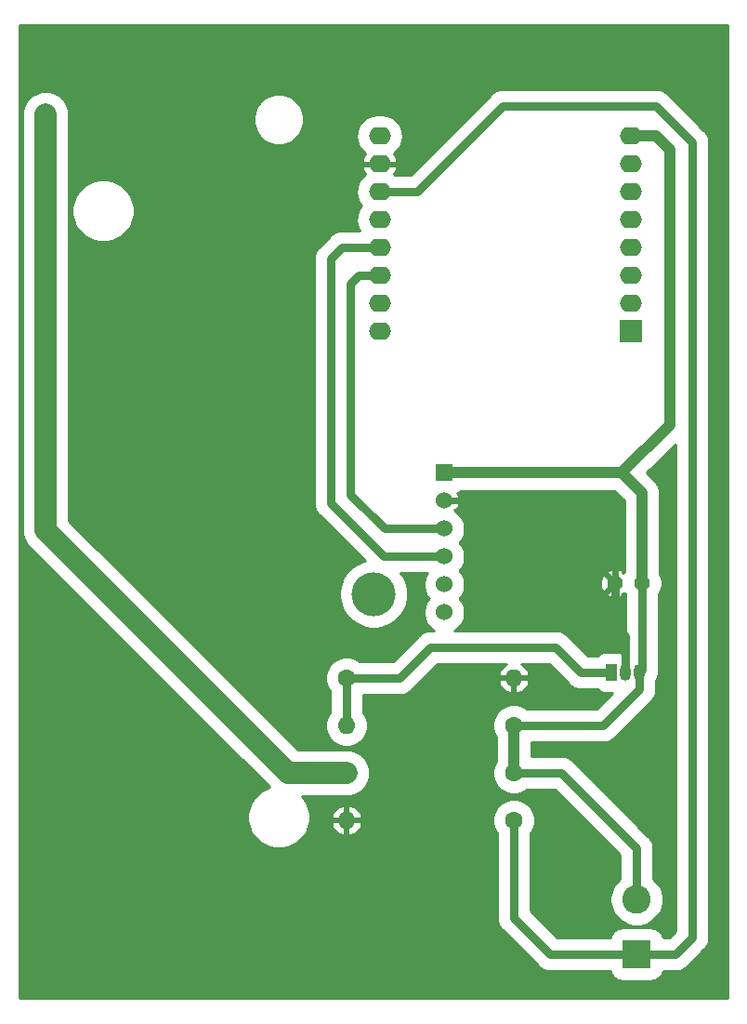
<source format=gbr>
%TF.GenerationSoftware,KiCad,Pcbnew,5.1.12-84ad8e8a86~92~ubuntu16.04.1*%
%TF.CreationDate,2023-12-01T21:15:30-03:00*%
%TF.ProjectId,BlackBox,426c6163-6b42-46f7-982e-6b696361645f,rev?*%
%TF.SameCoordinates,Original*%
%TF.FileFunction,Copper,L2,Bot*%
%TF.FilePolarity,Positive*%
%FSLAX46Y46*%
G04 Gerber Fmt 4.6, Leading zero omitted, Abs format (unit mm)*
G04 Created by KiCad (PCBNEW 5.1.12-84ad8e8a86~92~ubuntu16.04.1) date 2023-12-01 21:15:30*
%MOMM*%
%LPD*%
G01*
G04 APERTURE LIST*
%TA.AperFunction,ComponentPad*%
%ADD10R,1.050000X1.500000*%
%TD*%
%TA.AperFunction,ComponentPad*%
%ADD11O,1.050000X1.500000*%
%TD*%
%TA.AperFunction,ComponentPad*%
%ADD12C,1.600000*%
%TD*%
%TA.AperFunction,ComponentPad*%
%ADD13O,1.600000X1.600000*%
%TD*%
%TA.AperFunction,ComponentPad*%
%ADD14R,1.524000X1.524000*%
%TD*%
%TA.AperFunction,ComponentPad*%
%ADD15C,1.524000*%
%TD*%
%TA.AperFunction,ComponentPad*%
%ADD16C,1.400000*%
%TD*%
%TA.AperFunction,ComponentPad*%
%ADD17R,2.600000X2.600000*%
%TD*%
%TA.AperFunction,ComponentPad*%
%ADD18C,2.600000*%
%TD*%
%TA.AperFunction,ComponentPad*%
%ADD19O,2.000000X1.600000*%
%TD*%
%TA.AperFunction,ComponentPad*%
%ADD20R,2.000000X2.000000*%
%TD*%
%TA.AperFunction,ViaPad*%
%ADD21C,4.000000*%
%TD*%
%TA.AperFunction,ViaPad*%
%ADD22C,1.400000*%
%TD*%
%TA.AperFunction,Conductor*%
%ADD23C,1.000000*%
%TD*%
%TA.AperFunction,Conductor*%
%ADD24C,0.800000*%
%TD*%
%TA.AperFunction,Conductor*%
%ADD25C,0.600000*%
%TD*%
%TA.AperFunction,Conductor*%
%ADD26C,2.000000*%
%TD*%
%TA.AperFunction,Conductor*%
%ADD27C,0.254000*%
%TD*%
%TA.AperFunction,Conductor*%
%ADD28C,0.100000*%
%TD*%
G04 APERTURE END LIST*
D10*
%TO.P,U2,1*%
%TO.N,Net-(R2-Pad2)*%
X154686000Y-119634000D03*
D11*
%TO.P,U2,3*%
%TO.N,+3V3*%
X157226000Y-119634000D03*
%TO.P,U2,2*%
%TO.N,GND*%
X155956000Y-119634000D03*
%TD*%
D12*
%TO.P,R3,1*%
%TO.N,Net-(R2-Pad2)*%
X130540000Y-120142000D03*
D13*
%TO.P,R3,2*%
%TO.N,GND*%
X145780000Y-120142000D03*
%TD*%
%TO.P,R2,2*%
%TO.N,Net-(R2-Pad2)*%
X130540000Y-124460000D03*
D12*
%TO.P,R2,1*%
%TO.N,+3V3*%
X145780000Y-124460000D03*
%TD*%
D13*
%TO.P,R1,2*%
%TO.N,Net-(BT1-Pad1)*%
X130540000Y-128778000D03*
D12*
%TO.P,R1,1*%
%TO.N,+3V3*%
X145780000Y-128778000D03*
%TD*%
D14*
%TO.P,A1,1*%
%TO.N,+3V3*%
X139440000Y-101470000D03*
D15*
%TO.P,A1,2*%
%TO.N,GND*%
X139440000Y-104010000D03*
%TO.P,A1,3*%
%TO.N,SCL*%
X139440000Y-106550000D03*
%TO.P,A1,4*%
%TO.N,SDA*%
X139440000Y-109090000D03*
%TO.P,A1,5*%
%TO.N,Net-(A1-Pad5)*%
X139440000Y-111630000D03*
%TO.P,A1,6*%
%TO.N,Net-(A1-Pad6)*%
X139440000Y-114170000D03*
%TD*%
D16*
%TO.P,C1,1*%
%TO.N,+3V3*%
X157480000Y-111506000D03*
%TO.P,C1,2*%
%TO.N,GND*%
X154980000Y-111506000D03*
%TD*%
D12*
%TO.P,R4,1*%
%TO.N,RBF_switch*%
X145780000Y-133096000D03*
D13*
%TO.P,R4,2*%
%TO.N,GND*%
X130540000Y-133096000D03*
%TD*%
D17*
%TO.P,SW1,1*%
%TO.N,RBF_switch*%
X156972000Y-145288000D03*
D18*
%TO.P,SW1,2*%
%TO.N,+3V3*%
X156972000Y-140288000D03*
%TD*%
D19*
%TO.P,U1,2*%
%TO.N,Net-(U1-Pad2)*%
X156410000Y-86030000D03*
D20*
%TO.P,U1,1*%
%TO.N,Net-(U1-Pad1)*%
X156410000Y-88570000D03*
D19*
%TO.P,U1,3*%
%TO.N,Net-(U1-Pad3)*%
X156410000Y-83490000D03*
%TO.P,U1,4*%
%TO.N,Net-(U1-Pad4)*%
X156410000Y-80950000D03*
%TO.P,U1,5*%
%TO.N,Net-(U1-Pad5)*%
X156410000Y-78410000D03*
%TO.P,U1,6*%
%TO.N,Net-(U1-Pad6)*%
X156410000Y-75870000D03*
%TO.P,U1,7*%
%TO.N,Net-(U1-Pad7)*%
X156410000Y-73330000D03*
%TO.P,U1,8*%
%TO.N,+3V3*%
X156410000Y-70790000D03*
%TO.P,U1,9*%
%TO.N,Net-(U1-Pad9)*%
X133550000Y-70790000D03*
%TO.P,U1,10*%
%TO.N,GND*%
X133550000Y-73330000D03*
%TO.P,U1,11*%
%TO.N,RBF_switch*%
X133550000Y-75870000D03*
%TO.P,U1,12*%
%TO.N,Net-(U1-Pad12)*%
X133550000Y-78410000D03*
%TO.P,U1,13*%
%TO.N,SDA*%
X133550000Y-80950000D03*
%TO.P,U1,14*%
%TO.N,SCL*%
X133550000Y-83490000D03*
%TO.P,U1,15*%
%TO.N,Net-(U1-Pad15)*%
X133550000Y-86030000D03*
%TO.P,U1,16*%
%TO.N,Net-(U1-Pad16)*%
X133550000Y-88570000D03*
%TD*%
D21*
%TO.N,*%
X133000000Y-112500000D03*
D22*
%TO.N,GND*%
X124079000Y-147320000D03*
%TO.N,Net-(BT1-Pad1)*%
X103124000Y-68580000D03*
%TD*%
D23*
%TO.N,+3V3*%
X156410000Y-70790000D02*
X158720000Y-70790000D01*
X158720000Y-70790000D02*
X159980000Y-72050000D01*
X155630000Y-101470000D02*
X159980000Y-97120000D01*
X139440000Y-101470000D02*
X155630000Y-101470000D01*
X159980000Y-72050000D02*
X159980000Y-97120000D01*
X145780000Y-124468000D02*
X145780000Y-128794000D01*
D24*
X153942000Y-124468000D02*
X145780000Y-124468000D01*
X157226000Y-121184000D02*
X153942000Y-124468000D01*
X157226000Y-119634000D02*
X157226000Y-121184000D01*
X157480000Y-111506000D02*
X157480000Y-119380000D01*
D23*
X157480000Y-103320000D02*
X155630000Y-101470000D01*
X157480000Y-111506000D02*
X157480000Y-103320000D01*
D24*
X145780000Y-128778000D02*
X150114000Y-128778000D01*
X156972000Y-135636000D02*
X156972000Y-140288000D01*
X150114000Y-128778000D02*
X156972000Y-135636000D01*
%TO.N,GND*%
X155956000Y-119634000D02*
X155956000Y-116332000D01*
X154980000Y-115356000D02*
X154980000Y-111506000D01*
X155956000Y-116332000D02*
X154980000Y-115356000D01*
D25*
X139440000Y-104010000D02*
X151000000Y-104010000D01*
X154980000Y-107990000D02*
X154980000Y-111506000D01*
X151000000Y-104010000D02*
X154980000Y-107990000D01*
D24*
%TO.N,SCL*%
X133982000Y-106550000D02*
X139440000Y-106550000D01*
X130886000Y-103454000D02*
X133982000Y-106550000D01*
X131648000Y-83490000D02*
X130886000Y-84252000D01*
X130886000Y-84252000D02*
X130886000Y-103454000D01*
X133550000Y-83490000D02*
X131648000Y-83490000D01*
%TO.N,SDA*%
X129085990Y-104199588D02*
X129085990Y-81988010D01*
X133914570Y-109028168D02*
X129085990Y-104199588D01*
X139378168Y-109028168D02*
X133914570Y-109028168D01*
X139440000Y-109090000D02*
X139378168Y-109028168D01*
X130124000Y-80950000D02*
X133550000Y-80950000D01*
X129085990Y-81988010D02*
X130124000Y-80950000D01*
D26*
%TO.N,Net-(BT1-Pad1)*%
X103124000Y-68834000D02*
X103124000Y-106680000D01*
X125222000Y-128778000D02*
X130540000Y-128778000D01*
X103124000Y-106680000D02*
X125222000Y-128778000D01*
D24*
%TO.N,RBF_switch*%
X133550000Y-75870000D02*
X136982000Y-75870000D01*
X158750000Y-68072000D02*
X162052000Y-71374000D01*
X136982000Y-75870000D02*
X144780000Y-68072000D01*
X144780000Y-68072000D02*
X158750000Y-68072000D01*
X156972000Y-145288000D02*
X160528000Y-145288000D01*
X162052000Y-143764000D02*
X162052000Y-139700000D01*
X162052000Y-139700000D02*
X162052000Y-71374000D01*
X160528000Y-145288000D02*
X162052000Y-143764000D01*
X162052000Y-140208000D02*
X162052000Y-139700000D01*
X156972000Y-145288000D02*
X149098000Y-145288000D01*
X145780000Y-141970000D02*
X145780000Y-133096000D01*
X149098000Y-145288000D02*
X145780000Y-141970000D01*
%TO.N,Net-(R2-Pad2)*%
X130540000Y-124468000D02*
X130540000Y-120142000D01*
X135382000Y-120142000D02*
X130540000Y-120142000D01*
X151892000Y-119634000D02*
X149606000Y-117348000D01*
X154686000Y-119634000D02*
X151892000Y-119634000D01*
X149606000Y-117348000D02*
X138176000Y-117348000D01*
X138176000Y-117348000D02*
X135382000Y-120142000D01*
%TD*%
D27*
%TO.N,GND*%
X165290000Y-149290000D02*
X100710000Y-149290000D01*
X100710000Y-106680000D01*
X100986709Y-106680000D01*
X101027777Y-107096965D01*
X101149401Y-107497905D01*
X101216115Y-107622718D01*
X101346908Y-107867415D01*
X101612708Y-108191293D01*
X101693870Y-108257901D01*
X123510754Y-130074786D01*
X123009071Y-130282590D01*
X122541956Y-130594707D01*
X122144707Y-130991956D01*
X121832590Y-131459071D01*
X121617600Y-131978102D01*
X121508000Y-132529102D01*
X121508000Y-133090898D01*
X121617600Y-133641898D01*
X121832590Y-134160929D01*
X122144707Y-134628044D01*
X122541956Y-135025293D01*
X123009071Y-135337410D01*
X123528102Y-135552400D01*
X124079102Y-135662000D01*
X124640898Y-135662000D01*
X125191898Y-135552400D01*
X125710929Y-135337410D01*
X126178044Y-135025293D01*
X126575293Y-134628044D01*
X126887410Y-134160929D01*
X127102400Y-133641898D01*
X127141557Y-133445039D01*
X129148096Y-133445039D01*
X129188754Y-133579087D01*
X129308963Y-133833420D01*
X129476481Y-134059414D01*
X129684869Y-134248385D01*
X129926119Y-134393070D01*
X130190960Y-134487909D01*
X130413000Y-134366624D01*
X130413000Y-133223000D01*
X130667000Y-133223000D01*
X130667000Y-134366624D01*
X130889040Y-134487909D01*
X131153881Y-134393070D01*
X131395131Y-134248385D01*
X131603519Y-134059414D01*
X131771037Y-133833420D01*
X131891246Y-133579087D01*
X131931904Y-133445039D01*
X131809915Y-133223000D01*
X130667000Y-133223000D01*
X130413000Y-133223000D01*
X129270085Y-133223000D01*
X129148096Y-133445039D01*
X127141557Y-133445039D01*
X127212000Y-133090898D01*
X127212000Y-132746961D01*
X129148096Y-132746961D01*
X129270085Y-132969000D01*
X130413000Y-132969000D01*
X130413000Y-131825376D01*
X130667000Y-131825376D01*
X130667000Y-132969000D01*
X131809915Y-132969000D01*
X131931904Y-132746961D01*
X131891246Y-132612913D01*
X131771037Y-132358580D01*
X131603519Y-132132586D01*
X131395131Y-131943615D01*
X131153881Y-131798930D01*
X130889040Y-131704091D01*
X130667000Y-131825376D01*
X130413000Y-131825376D01*
X130190960Y-131704091D01*
X129926119Y-131798930D01*
X129684869Y-131943615D01*
X129476481Y-132132586D01*
X129308963Y-132358580D01*
X129188754Y-132612913D01*
X129148096Y-132746961D01*
X127212000Y-132746961D01*
X127212000Y-132529102D01*
X127102400Y-131978102D01*
X126887410Y-131459071D01*
X126575293Y-130991956D01*
X126488337Y-130905000D01*
X130644487Y-130905000D01*
X130956965Y-130874224D01*
X131357906Y-130752599D01*
X131727415Y-130555093D01*
X132051293Y-130289293D01*
X132317093Y-129965415D01*
X132514599Y-129595906D01*
X132636224Y-129194965D01*
X132677291Y-128778000D01*
X132636224Y-128361035D01*
X132514599Y-127960094D01*
X132317093Y-127590585D01*
X132051293Y-127266707D01*
X131727415Y-127000907D01*
X131357906Y-126803401D01*
X130956965Y-126681776D01*
X130644487Y-126651000D01*
X126103032Y-126651000D01*
X105251000Y-105798969D01*
X105251000Y-81988010D01*
X127551603Y-81988010D01*
X127558991Y-82063021D01*
X127558990Y-104124587D01*
X127551603Y-104199588D01*
X127558990Y-104274589D01*
X127558990Y-104274598D01*
X127581085Y-104498931D01*
X127668400Y-104786772D01*
X127810193Y-105052047D01*
X128001014Y-105284564D01*
X128059284Y-105332385D01*
X132198137Y-109471239D01*
X132087888Y-109493169D01*
X131518810Y-109728889D01*
X131006654Y-110071101D01*
X130571101Y-110506654D01*
X130228889Y-111018810D01*
X129993169Y-111587888D01*
X129873000Y-112192017D01*
X129873000Y-112807983D01*
X129993169Y-113412112D01*
X130228889Y-113981190D01*
X130571101Y-114493346D01*
X131006654Y-114928899D01*
X131518810Y-115271111D01*
X132087888Y-115506831D01*
X132692017Y-115627000D01*
X133307983Y-115627000D01*
X133912112Y-115506831D01*
X134481190Y-115271111D01*
X134993346Y-114928899D01*
X135428899Y-114493346D01*
X135771111Y-113981190D01*
X136006831Y-113412112D01*
X136127000Y-112807983D01*
X136127000Y-112192017D01*
X136006831Y-111587888D01*
X135771111Y-111018810D01*
X135461315Y-110555168D01*
X137886299Y-110555168D01*
X137765990Y-110735223D01*
X137623593Y-111078999D01*
X137551000Y-111443950D01*
X137551000Y-111816050D01*
X137623593Y-112181001D01*
X137765990Y-112524777D01*
X137972718Y-112834167D01*
X138038551Y-112900000D01*
X137972718Y-112965833D01*
X137765990Y-113275223D01*
X137623593Y-113618999D01*
X137551000Y-113983950D01*
X137551000Y-114356050D01*
X137623593Y-114721001D01*
X137765990Y-115064777D01*
X137972718Y-115374167D01*
X138235833Y-115637282D01*
X138510786Y-115821000D01*
X138251004Y-115821000D01*
X138176000Y-115813613D01*
X138100996Y-115821000D01*
X138100989Y-115821000D01*
X137903955Y-115840406D01*
X137876655Y-115843095D01*
X137588815Y-115930410D01*
X137323540Y-116072203D01*
X137323538Y-116072204D01*
X137323539Y-116072204D01*
X137149288Y-116215207D01*
X137149283Y-116215212D01*
X137091024Y-116263024D01*
X137043212Y-116321283D01*
X134749497Y-118615000D01*
X131723192Y-118615000D01*
X131452777Y-118434315D01*
X131102085Y-118289053D01*
X130729793Y-118215000D01*
X130350207Y-118215000D01*
X129977915Y-118289053D01*
X129627223Y-118434315D01*
X129311609Y-118645201D01*
X129043201Y-118913609D01*
X128832315Y-119229223D01*
X128687053Y-119579915D01*
X128613000Y-119952207D01*
X128613000Y-120331793D01*
X128687053Y-120704085D01*
X128832315Y-121054777D01*
X129013001Y-121325193D01*
X129013000Y-123276808D01*
X128832315Y-123547223D01*
X128687053Y-123897915D01*
X128613000Y-124270207D01*
X128613000Y-124649793D01*
X128687053Y-125022085D01*
X128832315Y-125372777D01*
X129043201Y-125688391D01*
X129311609Y-125956799D01*
X129627223Y-126167685D01*
X129977915Y-126312947D01*
X130350207Y-126387000D01*
X130729793Y-126387000D01*
X131102085Y-126312947D01*
X131452777Y-126167685D01*
X131768391Y-125956799D01*
X132036799Y-125688391D01*
X132247685Y-125372777D01*
X132392947Y-125022085D01*
X132467000Y-124649793D01*
X132467000Y-124270207D01*
X132392947Y-123897915D01*
X132247685Y-123547223D01*
X132067000Y-123276808D01*
X132067000Y-121669000D01*
X135306999Y-121669000D01*
X135382000Y-121676387D01*
X135457001Y-121669000D01*
X135457011Y-121669000D01*
X135681344Y-121646905D01*
X135969185Y-121559590D01*
X136234460Y-121417797D01*
X136466976Y-121226976D01*
X136514796Y-121168707D01*
X137192464Y-120491039D01*
X144388096Y-120491039D01*
X144428754Y-120625087D01*
X144548963Y-120879420D01*
X144716481Y-121105414D01*
X144924869Y-121294385D01*
X145166119Y-121439070D01*
X145430960Y-121533909D01*
X145653000Y-121412624D01*
X145653000Y-120269000D01*
X145907000Y-120269000D01*
X145907000Y-121412624D01*
X146129040Y-121533909D01*
X146393881Y-121439070D01*
X146635131Y-121294385D01*
X146843519Y-121105414D01*
X147011037Y-120879420D01*
X147131246Y-120625087D01*
X147171904Y-120491039D01*
X147049915Y-120269000D01*
X145907000Y-120269000D01*
X145653000Y-120269000D01*
X144510085Y-120269000D01*
X144388096Y-120491039D01*
X137192464Y-120491039D01*
X138808505Y-118875000D01*
X145115980Y-118875000D01*
X144924869Y-118989615D01*
X144716481Y-119178586D01*
X144548963Y-119404580D01*
X144428754Y-119658913D01*
X144388096Y-119792961D01*
X144510085Y-120015000D01*
X145653000Y-120015000D01*
X145653000Y-119995000D01*
X145907000Y-119995000D01*
X145907000Y-120015000D01*
X147049915Y-120015000D01*
X147171904Y-119792961D01*
X147131246Y-119658913D01*
X147011037Y-119404580D01*
X146843519Y-119178586D01*
X146635131Y-118989615D01*
X146444020Y-118875000D01*
X148973497Y-118875000D01*
X150759208Y-120660712D01*
X150807024Y-120718976D01*
X151039540Y-120909797D01*
X151304815Y-121051590D01*
X151592656Y-121138905D01*
X151816989Y-121161000D01*
X151816998Y-121161000D01*
X151891999Y-121168387D01*
X151967000Y-121161000D01*
X153340732Y-121161000D01*
X153360235Y-121184765D01*
X153531843Y-121325600D01*
X153727629Y-121430250D01*
X153940069Y-121494693D01*
X154161000Y-121516453D01*
X154734043Y-121516453D01*
X153309497Y-122941000D01*
X146975165Y-122941000D01*
X146692777Y-122752315D01*
X146342085Y-122607053D01*
X145969793Y-122533000D01*
X145590207Y-122533000D01*
X145217915Y-122607053D01*
X144867223Y-122752315D01*
X144551609Y-122963201D01*
X144283201Y-123231609D01*
X144072315Y-123547223D01*
X143927053Y-123897915D01*
X143853000Y-124270207D01*
X143853000Y-124649793D01*
X143927053Y-125022085D01*
X144072315Y-125372777D01*
X144153000Y-125493531D01*
X144153001Y-127744468D01*
X144072315Y-127865223D01*
X143927053Y-128215915D01*
X143853000Y-128588207D01*
X143853000Y-128967793D01*
X143927053Y-129340085D01*
X144072315Y-129690777D01*
X144283201Y-130006391D01*
X144551609Y-130274799D01*
X144867223Y-130485685D01*
X145217915Y-130630947D01*
X145590207Y-130705000D01*
X145969793Y-130705000D01*
X146342085Y-130630947D01*
X146692777Y-130485685D01*
X146963192Y-130305000D01*
X149481497Y-130305000D01*
X155445000Y-136268504D01*
X155445001Y-138389381D01*
X155424878Y-138402826D01*
X155086826Y-138740878D01*
X154821221Y-139138385D01*
X154638268Y-139580070D01*
X154545000Y-140048961D01*
X154545000Y-140527039D01*
X154638268Y-140995930D01*
X154821221Y-141437615D01*
X155086826Y-141835122D01*
X155424878Y-142173174D01*
X155822385Y-142438779D01*
X156264070Y-142621732D01*
X156732961Y-142715000D01*
X157211039Y-142715000D01*
X157679930Y-142621732D01*
X158121615Y-142438779D01*
X158519122Y-142173174D01*
X158857174Y-141835122D01*
X159122779Y-141437615D01*
X159305732Y-140995930D01*
X159399000Y-140527039D01*
X159399000Y-140048961D01*
X159305732Y-139580070D01*
X159122779Y-139138385D01*
X158857174Y-138740878D01*
X158519122Y-138402826D01*
X158499000Y-138389381D01*
X158499000Y-135711011D01*
X158506388Y-135636000D01*
X158476905Y-135336655D01*
X158389590Y-135048815D01*
X158377017Y-135025293D01*
X158247797Y-134783540D01*
X158056976Y-134551024D01*
X157998713Y-134503209D01*
X151246797Y-127751294D01*
X151198976Y-127693024D01*
X150966460Y-127502203D01*
X150701185Y-127360410D01*
X150413344Y-127273095D01*
X150189011Y-127251000D01*
X150189001Y-127251000D01*
X150114000Y-127243613D01*
X150038999Y-127251000D01*
X147407000Y-127251000D01*
X147407000Y-125995000D01*
X153866999Y-125995000D01*
X153942000Y-126002387D01*
X154017001Y-125995000D01*
X154017011Y-125995000D01*
X154241344Y-125972905D01*
X154529185Y-125885590D01*
X154794460Y-125743797D01*
X155026976Y-125552976D01*
X155074797Y-125494706D01*
X158252712Y-122316792D01*
X158310976Y-122268976D01*
X158501797Y-122036460D01*
X158643590Y-121771185D01*
X158730905Y-121483344D01*
X158753000Y-121259011D01*
X158753000Y-121259002D01*
X158760387Y-121184001D01*
X158753000Y-121109000D01*
X158753000Y-120506663D01*
X158759634Y-120494252D01*
X158854097Y-120182848D01*
X158870311Y-120018220D01*
X158897590Y-119967185D01*
X158984905Y-119679344D01*
X159007000Y-119455011D01*
X159007000Y-112509196D01*
X159099066Y-112371409D01*
X159236789Y-112038916D01*
X159307000Y-111685944D01*
X159307000Y-111326056D01*
X159236789Y-110973084D01*
X159107000Y-110659745D01*
X159107000Y-103399914D01*
X159114871Y-103319999D01*
X159107000Y-103240085D01*
X159107000Y-103240075D01*
X159083458Y-103001052D01*
X158990425Y-102694362D01*
X158839346Y-102411714D01*
X158686978Y-102226052D01*
X158686975Y-102226049D01*
X158636029Y-102163971D01*
X158573951Y-102113025D01*
X157930925Y-101470000D01*
X160525001Y-98875925D01*
X160525000Y-139624989D01*
X160525000Y-140283010D01*
X160525001Y-140283019D01*
X160525000Y-143131496D01*
X159895497Y-143761000D01*
X159380852Y-143761000D01*
X159318250Y-143554629D01*
X159213600Y-143358843D01*
X159072765Y-143187235D01*
X158901157Y-143046400D01*
X158705371Y-142941750D01*
X158492931Y-142877307D01*
X158272000Y-142855547D01*
X155672000Y-142855547D01*
X155451069Y-142877307D01*
X155238629Y-142941750D01*
X155042843Y-143046400D01*
X154871235Y-143187235D01*
X154730400Y-143358843D01*
X154625750Y-143554629D01*
X154563148Y-143761000D01*
X149730504Y-143761000D01*
X147307000Y-141337497D01*
X147307000Y-134279192D01*
X147487685Y-134008777D01*
X147632947Y-133658085D01*
X147707000Y-133285793D01*
X147707000Y-132906207D01*
X147632947Y-132533915D01*
X147487685Y-132183223D01*
X147276799Y-131867609D01*
X147008391Y-131599201D01*
X146692777Y-131388315D01*
X146342085Y-131243053D01*
X145969793Y-131169000D01*
X145590207Y-131169000D01*
X145217915Y-131243053D01*
X144867223Y-131388315D01*
X144551609Y-131599201D01*
X144283201Y-131867609D01*
X144072315Y-132183223D01*
X143927053Y-132533915D01*
X143853000Y-132906207D01*
X143853000Y-133285793D01*
X143927053Y-133658085D01*
X144072315Y-134008777D01*
X144253001Y-134279193D01*
X144253000Y-141894999D01*
X144245613Y-141970000D01*
X144253000Y-142045001D01*
X144253000Y-142045010D01*
X144275095Y-142269343D01*
X144362410Y-142557184D01*
X144504203Y-142822459D01*
X144695024Y-143054976D01*
X144753294Y-143102797D01*
X147965208Y-146314712D01*
X148013024Y-146372976D01*
X148245540Y-146563797D01*
X148510813Y-146705589D01*
X148510815Y-146705590D01*
X148798655Y-146792905D01*
X149098000Y-146822388D01*
X149173011Y-146815000D01*
X154563148Y-146815000D01*
X154625750Y-147021371D01*
X154730400Y-147217157D01*
X154871235Y-147388765D01*
X155042843Y-147529600D01*
X155238629Y-147634250D01*
X155451069Y-147698693D01*
X155672000Y-147720453D01*
X158272000Y-147720453D01*
X158492931Y-147698693D01*
X158705371Y-147634250D01*
X158901157Y-147529600D01*
X159072765Y-147388765D01*
X159213600Y-147217157D01*
X159318250Y-147021371D01*
X159380852Y-146815000D01*
X160452999Y-146815000D01*
X160528000Y-146822387D01*
X160603001Y-146815000D01*
X160603011Y-146815000D01*
X160827344Y-146792905D01*
X161115185Y-146705590D01*
X161380460Y-146563797D01*
X161612976Y-146372976D01*
X161660797Y-146314707D01*
X163078713Y-144896791D01*
X163136976Y-144848976D01*
X163327797Y-144616460D01*
X163469590Y-144351185D01*
X163556905Y-144063344D01*
X163579000Y-143839011D01*
X163579000Y-143839002D01*
X163586387Y-143764001D01*
X163579000Y-143689000D01*
X163579000Y-71449000D01*
X163586387Y-71373999D01*
X163579000Y-71298998D01*
X163579000Y-71298989D01*
X163556905Y-71074656D01*
X163469590Y-70786815D01*
X163327797Y-70521540D01*
X163136976Y-70289024D01*
X163078712Y-70241208D01*
X159882797Y-67045294D01*
X159834976Y-66987024D01*
X159602460Y-66796203D01*
X159337185Y-66654410D01*
X159049344Y-66567095D01*
X158825011Y-66545000D01*
X158825001Y-66545000D01*
X158750000Y-66537613D01*
X158674999Y-66545000D01*
X144855000Y-66545000D01*
X144779999Y-66537613D01*
X144704998Y-66545000D01*
X144704989Y-66545000D01*
X144480656Y-66567095D01*
X144192815Y-66654410D01*
X143927540Y-66796203D01*
X143695024Y-66987024D01*
X143647208Y-67045288D01*
X136349497Y-74343000D01*
X134926891Y-74343000D01*
X134836669Y-74268956D01*
X134870639Y-74234425D01*
X135025551Y-73998421D01*
X135131444Y-73736730D01*
X135141904Y-73679039D01*
X135019915Y-73457000D01*
X133677000Y-73457000D01*
X133677000Y-73477000D01*
X133423000Y-73477000D01*
X133423000Y-73457000D01*
X132080085Y-73457000D01*
X131958096Y-73679039D01*
X131968556Y-73736730D01*
X132074449Y-73998421D01*
X132229361Y-74234425D01*
X132263331Y-74268956D01*
X131980813Y-74500813D01*
X131740006Y-74794237D01*
X131561071Y-75129001D01*
X131450883Y-75492242D01*
X131413677Y-75870000D01*
X131450883Y-76247758D01*
X131561071Y-76610999D01*
X131740006Y-76945763D01*
X131899412Y-77140000D01*
X131740006Y-77334237D01*
X131561071Y-77669001D01*
X131450883Y-78032242D01*
X131413677Y-78410000D01*
X131450883Y-78787758D01*
X131561071Y-79150999D01*
X131706458Y-79423000D01*
X130199004Y-79423000D01*
X130124000Y-79415613D01*
X130048996Y-79423000D01*
X130048989Y-79423000D01*
X129851955Y-79442406D01*
X129824655Y-79445095D01*
X129536815Y-79532410D01*
X129271540Y-79674203D01*
X129039024Y-79865024D01*
X128991207Y-79923289D01*
X128059279Y-80855218D01*
X128001015Y-80903034D01*
X127953199Y-80961298D01*
X127953198Y-80961299D01*
X127810194Y-81135550D01*
X127668401Y-81400825D01*
X127581086Y-81688666D01*
X127551603Y-81988010D01*
X105251000Y-81988010D01*
X105251000Y-77329102D01*
X105508000Y-77329102D01*
X105508000Y-77890898D01*
X105617600Y-78441898D01*
X105832590Y-78960929D01*
X106144707Y-79428044D01*
X106541956Y-79825293D01*
X107009071Y-80137410D01*
X107528102Y-80352400D01*
X108079102Y-80462000D01*
X108640898Y-80462000D01*
X109191898Y-80352400D01*
X109710929Y-80137410D01*
X110178044Y-79825293D01*
X110575293Y-79428044D01*
X110887410Y-78960929D01*
X111102400Y-78441898D01*
X111212000Y-77890898D01*
X111212000Y-77329102D01*
X111102400Y-76778102D01*
X110887410Y-76259071D01*
X110575293Y-75791956D01*
X110178044Y-75394707D01*
X109710929Y-75082590D01*
X109191898Y-74867600D01*
X108640898Y-74758000D01*
X108079102Y-74758000D01*
X107528102Y-74867600D01*
X107009071Y-75082590D01*
X106541956Y-75394707D01*
X106144707Y-75791956D01*
X105832590Y-76259071D01*
X105617600Y-76778102D01*
X105508000Y-77329102D01*
X105251000Y-77329102D01*
X105251000Y-69051303D01*
X122038000Y-69051303D01*
X122038000Y-69508697D01*
X122127233Y-69957302D01*
X122302270Y-70379879D01*
X122556385Y-70760189D01*
X122879811Y-71083615D01*
X123260121Y-71337730D01*
X123682698Y-71512767D01*
X124131303Y-71602000D01*
X124588697Y-71602000D01*
X125037302Y-71512767D01*
X125459879Y-71337730D01*
X125840189Y-71083615D01*
X126133804Y-70790000D01*
X131413677Y-70790000D01*
X131450883Y-71167758D01*
X131561071Y-71530999D01*
X131740006Y-71865763D01*
X131980813Y-72159187D01*
X132263331Y-72391044D01*
X132229361Y-72425575D01*
X132074449Y-72661579D01*
X131968556Y-72923270D01*
X131958096Y-72980961D01*
X132080085Y-73203000D01*
X133423000Y-73203000D01*
X133423000Y-73183000D01*
X133677000Y-73183000D01*
X133677000Y-73203000D01*
X135019915Y-73203000D01*
X135141904Y-72980961D01*
X135131444Y-72923270D01*
X135025551Y-72661579D01*
X134870639Y-72425575D01*
X134836669Y-72391044D01*
X135119187Y-72159187D01*
X135359994Y-71865763D01*
X135538929Y-71530999D01*
X135649117Y-71167758D01*
X135686323Y-70790000D01*
X135649117Y-70412242D01*
X135538929Y-70049001D01*
X135359994Y-69714237D01*
X135119187Y-69420813D01*
X134825763Y-69180006D01*
X134490999Y-69001071D01*
X134127758Y-68890883D01*
X133844658Y-68863000D01*
X133255342Y-68863000D01*
X132972242Y-68890883D01*
X132609001Y-69001071D01*
X132274237Y-69180006D01*
X131980813Y-69420813D01*
X131740006Y-69714237D01*
X131561071Y-70049001D01*
X131450883Y-70412242D01*
X131413677Y-70790000D01*
X126133804Y-70790000D01*
X126163615Y-70760189D01*
X126417730Y-70379879D01*
X126592767Y-69957302D01*
X126682000Y-69508697D01*
X126682000Y-69051303D01*
X126592767Y-68602698D01*
X126417730Y-68180121D01*
X126163615Y-67799811D01*
X125840189Y-67476385D01*
X125459879Y-67222270D01*
X125037302Y-67047233D01*
X124588697Y-66958000D01*
X124131303Y-66958000D01*
X123682698Y-67047233D01*
X123260121Y-67222270D01*
X122879811Y-67476385D01*
X122556385Y-67799811D01*
X122302270Y-68180121D01*
X122127233Y-68602698D01*
X122038000Y-69051303D01*
X105251000Y-69051303D01*
X105251000Y-68729513D01*
X105220224Y-68417035D01*
X105098599Y-68016094D01*
X104901093Y-67646585D01*
X104635293Y-67322707D01*
X104311415Y-67056907D01*
X103941905Y-66859401D01*
X103540964Y-66737776D01*
X103124000Y-66696709D01*
X102707035Y-66737776D01*
X102306094Y-66859401D01*
X101936585Y-67056907D01*
X101612707Y-67322707D01*
X101346907Y-67646585D01*
X101149401Y-68016095D01*
X101027776Y-68417036D01*
X100997000Y-68729514D01*
X100997001Y-106575505D01*
X100986709Y-106680000D01*
X100710000Y-106680000D01*
X100710000Y-60710000D01*
X165290001Y-60710000D01*
X165290000Y-149290000D01*
%TA.AperFunction,Conductor*%
D28*
G36*
X165290000Y-149290000D02*
G01*
X100710000Y-149290000D01*
X100710000Y-106680000D01*
X100986709Y-106680000D01*
X101027777Y-107096965D01*
X101149401Y-107497905D01*
X101216115Y-107622718D01*
X101346908Y-107867415D01*
X101612708Y-108191293D01*
X101693870Y-108257901D01*
X123510754Y-130074786D01*
X123009071Y-130282590D01*
X122541956Y-130594707D01*
X122144707Y-130991956D01*
X121832590Y-131459071D01*
X121617600Y-131978102D01*
X121508000Y-132529102D01*
X121508000Y-133090898D01*
X121617600Y-133641898D01*
X121832590Y-134160929D01*
X122144707Y-134628044D01*
X122541956Y-135025293D01*
X123009071Y-135337410D01*
X123528102Y-135552400D01*
X124079102Y-135662000D01*
X124640898Y-135662000D01*
X125191898Y-135552400D01*
X125710929Y-135337410D01*
X126178044Y-135025293D01*
X126575293Y-134628044D01*
X126887410Y-134160929D01*
X127102400Y-133641898D01*
X127141557Y-133445039D01*
X129148096Y-133445039D01*
X129188754Y-133579087D01*
X129308963Y-133833420D01*
X129476481Y-134059414D01*
X129684869Y-134248385D01*
X129926119Y-134393070D01*
X130190960Y-134487909D01*
X130413000Y-134366624D01*
X130413000Y-133223000D01*
X130667000Y-133223000D01*
X130667000Y-134366624D01*
X130889040Y-134487909D01*
X131153881Y-134393070D01*
X131395131Y-134248385D01*
X131603519Y-134059414D01*
X131771037Y-133833420D01*
X131891246Y-133579087D01*
X131931904Y-133445039D01*
X131809915Y-133223000D01*
X130667000Y-133223000D01*
X130413000Y-133223000D01*
X129270085Y-133223000D01*
X129148096Y-133445039D01*
X127141557Y-133445039D01*
X127212000Y-133090898D01*
X127212000Y-132746961D01*
X129148096Y-132746961D01*
X129270085Y-132969000D01*
X130413000Y-132969000D01*
X130413000Y-131825376D01*
X130667000Y-131825376D01*
X130667000Y-132969000D01*
X131809915Y-132969000D01*
X131931904Y-132746961D01*
X131891246Y-132612913D01*
X131771037Y-132358580D01*
X131603519Y-132132586D01*
X131395131Y-131943615D01*
X131153881Y-131798930D01*
X130889040Y-131704091D01*
X130667000Y-131825376D01*
X130413000Y-131825376D01*
X130190960Y-131704091D01*
X129926119Y-131798930D01*
X129684869Y-131943615D01*
X129476481Y-132132586D01*
X129308963Y-132358580D01*
X129188754Y-132612913D01*
X129148096Y-132746961D01*
X127212000Y-132746961D01*
X127212000Y-132529102D01*
X127102400Y-131978102D01*
X126887410Y-131459071D01*
X126575293Y-130991956D01*
X126488337Y-130905000D01*
X130644487Y-130905000D01*
X130956965Y-130874224D01*
X131357906Y-130752599D01*
X131727415Y-130555093D01*
X132051293Y-130289293D01*
X132317093Y-129965415D01*
X132514599Y-129595906D01*
X132636224Y-129194965D01*
X132677291Y-128778000D01*
X132636224Y-128361035D01*
X132514599Y-127960094D01*
X132317093Y-127590585D01*
X132051293Y-127266707D01*
X131727415Y-127000907D01*
X131357906Y-126803401D01*
X130956965Y-126681776D01*
X130644487Y-126651000D01*
X126103032Y-126651000D01*
X105251000Y-105798969D01*
X105251000Y-81988010D01*
X127551603Y-81988010D01*
X127558991Y-82063021D01*
X127558990Y-104124587D01*
X127551603Y-104199588D01*
X127558990Y-104274589D01*
X127558990Y-104274598D01*
X127581085Y-104498931D01*
X127668400Y-104786772D01*
X127810193Y-105052047D01*
X128001014Y-105284564D01*
X128059284Y-105332385D01*
X132198137Y-109471239D01*
X132087888Y-109493169D01*
X131518810Y-109728889D01*
X131006654Y-110071101D01*
X130571101Y-110506654D01*
X130228889Y-111018810D01*
X129993169Y-111587888D01*
X129873000Y-112192017D01*
X129873000Y-112807983D01*
X129993169Y-113412112D01*
X130228889Y-113981190D01*
X130571101Y-114493346D01*
X131006654Y-114928899D01*
X131518810Y-115271111D01*
X132087888Y-115506831D01*
X132692017Y-115627000D01*
X133307983Y-115627000D01*
X133912112Y-115506831D01*
X134481190Y-115271111D01*
X134993346Y-114928899D01*
X135428899Y-114493346D01*
X135771111Y-113981190D01*
X136006831Y-113412112D01*
X136127000Y-112807983D01*
X136127000Y-112192017D01*
X136006831Y-111587888D01*
X135771111Y-111018810D01*
X135461315Y-110555168D01*
X137886299Y-110555168D01*
X137765990Y-110735223D01*
X137623593Y-111078999D01*
X137551000Y-111443950D01*
X137551000Y-111816050D01*
X137623593Y-112181001D01*
X137765990Y-112524777D01*
X137972718Y-112834167D01*
X138038551Y-112900000D01*
X137972718Y-112965833D01*
X137765990Y-113275223D01*
X137623593Y-113618999D01*
X137551000Y-113983950D01*
X137551000Y-114356050D01*
X137623593Y-114721001D01*
X137765990Y-115064777D01*
X137972718Y-115374167D01*
X138235833Y-115637282D01*
X138510786Y-115821000D01*
X138251004Y-115821000D01*
X138176000Y-115813613D01*
X138100996Y-115821000D01*
X138100989Y-115821000D01*
X137903955Y-115840406D01*
X137876655Y-115843095D01*
X137588815Y-115930410D01*
X137323540Y-116072203D01*
X137323538Y-116072204D01*
X137323539Y-116072204D01*
X137149288Y-116215207D01*
X137149283Y-116215212D01*
X137091024Y-116263024D01*
X137043212Y-116321283D01*
X134749497Y-118615000D01*
X131723192Y-118615000D01*
X131452777Y-118434315D01*
X131102085Y-118289053D01*
X130729793Y-118215000D01*
X130350207Y-118215000D01*
X129977915Y-118289053D01*
X129627223Y-118434315D01*
X129311609Y-118645201D01*
X129043201Y-118913609D01*
X128832315Y-119229223D01*
X128687053Y-119579915D01*
X128613000Y-119952207D01*
X128613000Y-120331793D01*
X128687053Y-120704085D01*
X128832315Y-121054777D01*
X129013001Y-121325193D01*
X129013000Y-123276808D01*
X128832315Y-123547223D01*
X128687053Y-123897915D01*
X128613000Y-124270207D01*
X128613000Y-124649793D01*
X128687053Y-125022085D01*
X128832315Y-125372777D01*
X129043201Y-125688391D01*
X129311609Y-125956799D01*
X129627223Y-126167685D01*
X129977915Y-126312947D01*
X130350207Y-126387000D01*
X130729793Y-126387000D01*
X131102085Y-126312947D01*
X131452777Y-126167685D01*
X131768391Y-125956799D01*
X132036799Y-125688391D01*
X132247685Y-125372777D01*
X132392947Y-125022085D01*
X132467000Y-124649793D01*
X132467000Y-124270207D01*
X132392947Y-123897915D01*
X132247685Y-123547223D01*
X132067000Y-123276808D01*
X132067000Y-121669000D01*
X135306999Y-121669000D01*
X135382000Y-121676387D01*
X135457001Y-121669000D01*
X135457011Y-121669000D01*
X135681344Y-121646905D01*
X135969185Y-121559590D01*
X136234460Y-121417797D01*
X136466976Y-121226976D01*
X136514796Y-121168707D01*
X137192464Y-120491039D01*
X144388096Y-120491039D01*
X144428754Y-120625087D01*
X144548963Y-120879420D01*
X144716481Y-121105414D01*
X144924869Y-121294385D01*
X145166119Y-121439070D01*
X145430960Y-121533909D01*
X145653000Y-121412624D01*
X145653000Y-120269000D01*
X145907000Y-120269000D01*
X145907000Y-121412624D01*
X146129040Y-121533909D01*
X146393881Y-121439070D01*
X146635131Y-121294385D01*
X146843519Y-121105414D01*
X147011037Y-120879420D01*
X147131246Y-120625087D01*
X147171904Y-120491039D01*
X147049915Y-120269000D01*
X145907000Y-120269000D01*
X145653000Y-120269000D01*
X144510085Y-120269000D01*
X144388096Y-120491039D01*
X137192464Y-120491039D01*
X138808505Y-118875000D01*
X145115980Y-118875000D01*
X144924869Y-118989615D01*
X144716481Y-119178586D01*
X144548963Y-119404580D01*
X144428754Y-119658913D01*
X144388096Y-119792961D01*
X144510085Y-120015000D01*
X145653000Y-120015000D01*
X145653000Y-119995000D01*
X145907000Y-119995000D01*
X145907000Y-120015000D01*
X147049915Y-120015000D01*
X147171904Y-119792961D01*
X147131246Y-119658913D01*
X147011037Y-119404580D01*
X146843519Y-119178586D01*
X146635131Y-118989615D01*
X146444020Y-118875000D01*
X148973497Y-118875000D01*
X150759208Y-120660712D01*
X150807024Y-120718976D01*
X151039540Y-120909797D01*
X151304815Y-121051590D01*
X151592656Y-121138905D01*
X151816989Y-121161000D01*
X151816998Y-121161000D01*
X151891999Y-121168387D01*
X151967000Y-121161000D01*
X153340732Y-121161000D01*
X153360235Y-121184765D01*
X153531843Y-121325600D01*
X153727629Y-121430250D01*
X153940069Y-121494693D01*
X154161000Y-121516453D01*
X154734043Y-121516453D01*
X153309497Y-122941000D01*
X146975165Y-122941000D01*
X146692777Y-122752315D01*
X146342085Y-122607053D01*
X145969793Y-122533000D01*
X145590207Y-122533000D01*
X145217915Y-122607053D01*
X144867223Y-122752315D01*
X144551609Y-122963201D01*
X144283201Y-123231609D01*
X144072315Y-123547223D01*
X143927053Y-123897915D01*
X143853000Y-124270207D01*
X143853000Y-124649793D01*
X143927053Y-125022085D01*
X144072315Y-125372777D01*
X144153000Y-125493531D01*
X144153001Y-127744468D01*
X144072315Y-127865223D01*
X143927053Y-128215915D01*
X143853000Y-128588207D01*
X143853000Y-128967793D01*
X143927053Y-129340085D01*
X144072315Y-129690777D01*
X144283201Y-130006391D01*
X144551609Y-130274799D01*
X144867223Y-130485685D01*
X145217915Y-130630947D01*
X145590207Y-130705000D01*
X145969793Y-130705000D01*
X146342085Y-130630947D01*
X146692777Y-130485685D01*
X146963192Y-130305000D01*
X149481497Y-130305000D01*
X155445000Y-136268504D01*
X155445001Y-138389381D01*
X155424878Y-138402826D01*
X155086826Y-138740878D01*
X154821221Y-139138385D01*
X154638268Y-139580070D01*
X154545000Y-140048961D01*
X154545000Y-140527039D01*
X154638268Y-140995930D01*
X154821221Y-141437615D01*
X155086826Y-141835122D01*
X155424878Y-142173174D01*
X155822385Y-142438779D01*
X156264070Y-142621732D01*
X156732961Y-142715000D01*
X157211039Y-142715000D01*
X157679930Y-142621732D01*
X158121615Y-142438779D01*
X158519122Y-142173174D01*
X158857174Y-141835122D01*
X159122779Y-141437615D01*
X159305732Y-140995930D01*
X159399000Y-140527039D01*
X159399000Y-140048961D01*
X159305732Y-139580070D01*
X159122779Y-139138385D01*
X158857174Y-138740878D01*
X158519122Y-138402826D01*
X158499000Y-138389381D01*
X158499000Y-135711011D01*
X158506388Y-135636000D01*
X158476905Y-135336655D01*
X158389590Y-135048815D01*
X158377017Y-135025293D01*
X158247797Y-134783540D01*
X158056976Y-134551024D01*
X157998713Y-134503209D01*
X151246797Y-127751294D01*
X151198976Y-127693024D01*
X150966460Y-127502203D01*
X150701185Y-127360410D01*
X150413344Y-127273095D01*
X150189011Y-127251000D01*
X150189001Y-127251000D01*
X150114000Y-127243613D01*
X150038999Y-127251000D01*
X147407000Y-127251000D01*
X147407000Y-125995000D01*
X153866999Y-125995000D01*
X153942000Y-126002387D01*
X154017001Y-125995000D01*
X154017011Y-125995000D01*
X154241344Y-125972905D01*
X154529185Y-125885590D01*
X154794460Y-125743797D01*
X155026976Y-125552976D01*
X155074797Y-125494706D01*
X158252712Y-122316792D01*
X158310976Y-122268976D01*
X158501797Y-122036460D01*
X158643590Y-121771185D01*
X158730905Y-121483344D01*
X158753000Y-121259011D01*
X158753000Y-121259002D01*
X158760387Y-121184001D01*
X158753000Y-121109000D01*
X158753000Y-120506663D01*
X158759634Y-120494252D01*
X158854097Y-120182848D01*
X158870311Y-120018220D01*
X158897590Y-119967185D01*
X158984905Y-119679344D01*
X159007000Y-119455011D01*
X159007000Y-112509196D01*
X159099066Y-112371409D01*
X159236789Y-112038916D01*
X159307000Y-111685944D01*
X159307000Y-111326056D01*
X159236789Y-110973084D01*
X159107000Y-110659745D01*
X159107000Y-103399914D01*
X159114871Y-103319999D01*
X159107000Y-103240085D01*
X159107000Y-103240075D01*
X159083458Y-103001052D01*
X158990425Y-102694362D01*
X158839346Y-102411714D01*
X158686978Y-102226052D01*
X158686975Y-102226049D01*
X158636029Y-102163971D01*
X158573951Y-102113025D01*
X157930925Y-101470000D01*
X160525001Y-98875925D01*
X160525000Y-139624989D01*
X160525000Y-140283010D01*
X160525001Y-140283019D01*
X160525000Y-143131496D01*
X159895497Y-143761000D01*
X159380852Y-143761000D01*
X159318250Y-143554629D01*
X159213600Y-143358843D01*
X159072765Y-143187235D01*
X158901157Y-143046400D01*
X158705371Y-142941750D01*
X158492931Y-142877307D01*
X158272000Y-142855547D01*
X155672000Y-142855547D01*
X155451069Y-142877307D01*
X155238629Y-142941750D01*
X155042843Y-143046400D01*
X154871235Y-143187235D01*
X154730400Y-143358843D01*
X154625750Y-143554629D01*
X154563148Y-143761000D01*
X149730504Y-143761000D01*
X147307000Y-141337497D01*
X147307000Y-134279192D01*
X147487685Y-134008777D01*
X147632947Y-133658085D01*
X147707000Y-133285793D01*
X147707000Y-132906207D01*
X147632947Y-132533915D01*
X147487685Y-132183223D01*
X147276799Y-131867609D01*
X147008391Y-131599201D01*
X146692777Y-131388315D01*
X146342085Y-131243053D01*
X145969793Y-131169000D01*
X145590207Y-131169000D01*
X145217915Y-131243053D01*
X144867223Y-131388315D01*
X144551609Y-131599201D01*
X144283201Y-131867609D01*
X144072315Y-132183223D01*
X143927053Y-132533915D01*
X143853000Y-132906207D01*
X143853000Y-133285793D01*
X143927053Y-133658085D01*
X144072315Y-134008777D01*
X144253001Y-134279193D01*
X144253000Y-141894999D01*
X144245613Y-141970000D01*
X144253000Y-142045001D01*
X144253000Y-142045010D01*
X144275095Y-142269343D01*
X144362410Y-142557184D01*
X144504203Y-142822459D01*
X144695024Y-143054976D01*
X144753294Y-143102797D01*
X147965208Y-146314712D01*
X148013024Y-146372976D01*
X148245540Y-146563797D01*
X148510813Y-146705589D01*
X148510815Y-146705590D01*
X148798655Y-146792905D01*
X149098000Y-146822388D01*
X149173011Y-146815000D01*
X154563148Y-146815000D01*
X154625750Y-147021371D01*
X154730400Y-147217157D01*
X154871235Y-147388765D01*
X155042843Y-147529600D01*
X155238629Y-147634250D01*
X155451069Y-147698693D01*
X155672000Y-147720453D01*
X158272000Y-147720453D01*
X158492931Y-147698693D01*
X158705371Y-147634250D01*
X158901157Y-147529600D01*
X159072765Y-147388765D01*
X159213600Y-147217157D01*
X159318250Y-147021371D01*
X159380852Y-146815000D01*
X160452999Y-146815000D01*
X160528000Y-146822387D01*
X160603001Y-146815000D01*
X160603011Y-146815000D01*
X160827344Y-146792905D01*
X161115185Y-146705590D01*
X161380460Y-146563797D01*
X161612976Y-146372976D01*
X161660797Y-146314707D01*
X163078713Y-144896791D01*
X163136976Y-144848976D01*
X163327797Y-144616460D01*
X163469590Y-144351185D01*
X163556905Y-144063344D01*
X163579000Y-143839011D01*
X163579000Y-143839002D01*
X163586387Y-143764001D01*
X163579000Y-143689000D01*
X163579000Y-71449000D01*
X163586387Y-71373999D01*
X163579000Y-71298998D01*
X163579000Y-71298989D01*
X163556905Y-71074656D01*
X163469590Y-70786815D01*
X163327797Y-70521540D01*
X163136976Y-70289024D01*
X163078712Y-70241208D01*
X159882797Y-67045294D01*
X159834976Y-66987024D01*
X159602460Y-66796203D01*
X159337185Y-66654410D01*
X159049344Y-66567095D01*
X158825011Y-66545000D01*
X158825001Y-66545000D01*
X158750000Y-66537613D01*
X158674999Y-66545000D01*
X144855000Y-66545000D01*
X144779999Y-66537613D01*
X144704998Y-66545000D01*
X144704989Y-66545000D01*
X144480656Y-66567095D01*
X144192815Y-66654410D01*
X143927540Y-66796203D01*
X143695024Y-66987024D01*
X143647208Y-67045288D01*
X136349497Y-74343000D01*
X134926891Y-74343000D01*
X134836669Y-74268956D01*
X134870639Y-74234425D01*
X135025551Y-73998421D01*
X135131444Y-73736730D01*
X135141904Y-73679039D01*
X135019915Y-73457000D01*
X133677000Y-73457000D01*
X133677000Y-73477000D01*
X133423000Y-73477000D01*
X133423000Y-73457000D01*
X132080085Y-73457000D01*
X131958096Y-73679039D01*
X131968556Y-73736730D01*
X132074449Y-73998421D01*
X132229361Y-74234425D01*
X132263331Y-74268956D01*
X131980813Y-74500813D01*
X131740006Y-74794237D01*
X131561071Y-75129001D01*
X131450883Y-75492242D01*
X131413677Y-75870000D01*
X131450883Y-76247758D01*
X131561071Y-76610999D01*
X131740006Y-76945763D01*
X131899412Y-77140000D01*
X131740006Y-77334237D01*
X131561071Y-77669001D01*
X131450883Y-78032242D01*
X131413677Y-78410000D01*
X131450883Y-78787758D01*
X131561071Y-79150999D01*
X131706458Y-79423000D01*
X130199004Y-79423000D01*
X130124000Y-79415613D01*
X130048996Y-79423000D01*
X130048989Y-79423000D01*
X129851955Y-79442406D01*
X129824655Y-79445095D01*
X129536815Y-79532410D01*
X129271540Y-79674203D01*
X129039024Y-79865024D01*
X128991207Y-79923289D01*
X128059279Y-80855218D01*
X128001015Y-80903034D01*
X127953199Y-80961298D01*
X127953198Y-80961299D01*
X127810194Y-81135550D01*
X127668401Y-81400825D01*
X127581086Y-81688666D01*
X127551603Y-81988010D01*
X105251000Y-81988010D01*
X105251000Y-77329102D01*
X105508000Y-77329102D01*
X105508000Y-77890898D01*
X105617600Y-78441898D01*
X105832590Y-78960929D01*
X106144707Y-79428044D01*
X106541956Y-79825293D01*
X107009071Y-80137410D01*
X107528102Y-80352400D01*
X108079102Y-80462000D01*
X108640898Y-80462000D01*
X109191898Y-80352400D01*
X109710929Y-80137410D01*
X110178044Y-79825293D01*
X110575293Y-79428044D01*
X110887410Y-78960929D01*
X111102400Y-78441898D01*
X111212000Y-77890898D01*
X111212000Y-77329102D01*
X111102400Y-76778102D01*
X110887410Y-76259071D01*
X110575293Y-75791956D01*
X110178044Y-75394707D01*
X109710929Y-75082590D01*
X109191898Y-74867600D01*
X108640898Y-74758000D01*
X108079102Y-74758000D01*
X107528102Y-74867600D01*
X107009071Y-75082590D01*
X106541956Y-75394707D01*
X106144707Y-75791956D01*
X105832590Y-76259071D01*
X105617600Y-76778102D01*
X105508000Y-77329102D01*
X105251000Y-77329102D01*
X105251000Y-69051303D01*
X122038000Y-69051303D01*
X122038000Y-69508697D01*
X122127233Y-69957302D01*
X122302270Y-70379879D01*
X122556385Y-70760189D01*
X122879811Y-71083615D01*
X123260121Y-71337730D01*
X123682698Y-71512767D01*
X124131303Y-71602000D01*
X124588697Y-71602000D01*
X125037302Y-71512767D01*
X125459879Y-71337730D01*
X125840189Y-71083615D01*
X126133804Y-70790000D01*
X131413677Y-70790000D01*
X131450883Y-71167758D01*
X131561071Y-71530999D01*
X131740006Y-71865763D01*
X131980813Y-72159187D01*
X132263331Y-72391044D01*
X132229361Y-72425575D01*
X132074449Y-72661579D01*
X131968556Y-72923270D01*
X131958096Y-72980961D01*
X132080085Y-73203000D01*
X133423000Y-73203000D01*
X133423000Y-73183000D01*
X133677000Y-73183000D01*
X133677000Y-73203000D01*
X135019915Y-73203000D01*
X135141904Y-72980961D01*
X135131444Y-72923270D01*
X135025551Y-72661579D01*
X134870639Y-72425575D01*
X134836669Y-72391044D01*
X135119187Y-72159187D01*
X135359994Y-71865763D01*
X135538929Y-71530999D01*
X135649117Y-71167758D01*
X135686323Y-70790000D01*
X135649117Y-70412242D01*
X135538929Y-70049001D01*
X135359994Y-69714237D01*
X135119187Y-69420813D01*
X134825763Y-69180006D01*
X134490999Y-69001071D01*
X134127758Y-68890883D01*
X133844658Y-68863000D01*
X133255342Y-68863000D01*
X132972242Y-68890883D01*
X132609001Y-69001071D01*
X132274237Y-69180006D01*
X131980813Y-69420813D01*
X131740006Y-69714237D01*
X131561071Y-70049001D01*
X131450883Y-70412242D01*
X131413677Y-70790000D01*
X126133804Y-70790000D01*
X126163615Y-70760189D01*
X126417730Y-70379879D01*
X126592767Y-69957302D01*
X126682000Y-69508697D01*
X126682000Y-69051303D01*
X126592767Y-68602698D01*
X126417730Y-68180121D01*
X126163615Y-67799811D01*
X125840189Y-67476385D01*
X125459879Y-67222270D01*
X125037302Y-67047233D01*
X124588697Y-66958000D01*
X124131303Y-66958000D01*
X123682698Y-67047233D01*
X123260121Y-67222270D01*
X122879811Y-67476385D01*
X122556385Y-67799811D01*
X122302270Y-68180121D01*
X122127233Y-68602698D01*
X122038000Y-69051303D01*
X105251000Y-69051303D01*
X105251000Y-68729513D01*
X105220224Y-68417035D01*
X105098599Y-68016094D01*
X104901093Y-67646585D01*
X104635293Y-67322707D01*
X104311415Y-67056907D01*
X103941905Y-66859401D01*
X103540964Y-66737776D01*
X103124000Y-66696709D01*
X102707035Y-66737776D01*
X102306094Y-66859401D01*
X101936585Y-67056907D01*
X101612707Y-67322707D01*
X101346907Y-67646585D01*
X101149401Y-68016095D01*
X101027776Y-68417036D01*
X100997000Y-68729514D01*
X100997001Y-106575505D01*
X100986709Y-106680000D01*
X100710000Y-106680000D01*
X100710000Y-60710000D01*
X165290001Y-60710000D01*
X165290000Y-149290000D01*
G37*
%TD.AperFunction*%
D27*
X155853001Y-103993927D02*
X155853000Y-110482758D01*
X155838317Y-110468075D01*
X155721663Y-110584729D01*
X155662203Y-110350963D01*
X155423758Y-110240066D01*
X155168260Y-110177817D01*
X154905527Y-110166610D01*
X154645656Y-110206875D01*
X154398634Y-110297065D01*
X154297797Y-110350963D01*
X154238336Y-110584731D01*
X154980000Y-111326395D01*
X154994143Y-111312253D01*
X155173748Y-111491858D01*
X155159605Y-111506000D01*
X155173748Y-111520143D01*
X154994143Y-111699748D01*
X154980000Y-111685605D01*
X154238336Y-112427269D01*
X154297797Y-112661037D01*
X154536242Y-112771934D01*
X154791740Y-112834183D01*
X155054473Y-112845390D01*
X155314344Y-112805125D01*
X155561366Y-112714935D01*
X155662203Y-112661037D01*
X155721663Y-112427271D01*
X155838317Y-112543925D01*
X155920975Y-112461267D01*
X155953000Y-112509196D01*
X155953001Y-118035009D01*
X155840157Y-117942400D01*
X155644371Y-117837750D01*
X155431931Y-117773307D01*
X155211000Y-117751547D01*
X154161000Y-117751547D01*
X153940069Y-117773307D01*
X153727629Y-117837750D01*
X153531843Y-117942400D01*
X153360235Y-118083235D01*
X153340732Y-118107000D01*
X152524504Y-118107000D01*
X150738797Y-116321294D01*
X150690976Y-116263024D01*
X150458460Y-116072203D01*
X150193185Y-115930410D01*
X149905344Y-115843095D01*
X149681011Y-115821000D01*
X149681001Y-115821000D01*
X149606000Y-115813613D01*
X149530999Y-115821000D01*
X140369214Y-115821000D01*
X140644167Y-115637282D01*
X140907282Y-115374167D01*
X141114010Y-115064777D01*
X141256407Y-114721001D01*
X141329000Y-114356050D01*
X141329000Y-113983950D01*
X141256407Y-113618999D01*
X141114010Y-113275223D01*
X140907282Y-112965833D01*
X140841449Y-112900000D01*
X140907282Y-112834167D01*
X141114010Y-112524777D01*
X141256407Y-112181001D01*
X141329000Y-111816050D01*
X141329000Y-111580473D01*
X153640610Y-111580473D01*
X153680875Y-111840344D01*
X153771065Y-112087366D01*
X153824963Y-112188203D01*
X154058731Y-112247664D01*
X154800395Y-111506000D01*
X154058731Y-110764336D01*
X153824963Y-110823797D01*
X153714066Y-111062242D01*
X153651817Y-111317740D01*
X153640610Y-111580473D01*
X141329000Y-111580473D01*
X141329000Y-111443950D01*
X141256407Y-111078999D01*
X141114010Y-110735223D01*
X140907282Y-110425833D01*
X140841449Y-110360000D01*
X140907282Y-110294167D01*
X141114010Y-109984777D01*
X141256407Y-109641001D01*
X141329000Y-109276050D01*
X141329000Y-108903950D01*
X141256407Y-108538999D01*
X141114010Y-108195223D01*
X140907282Y-107885833D01*
X140841449Y-107820000D01*
X140907282Y-107754167D01*
X141114010Y-107444777D01*
X141256407Y-107101001D01*
X141329000Y-106736050D01*
X141329000Y-106363950D01*
X141256407Y-105998999D01*
X141114010Y-105655223D01*
X140907282Y-105345833D01*
X140644167Y-105082718D01*
X140468803Y-104965543D01*
X140521977Y-104912369D01*
X140405567Y-104795959D01*
X140645656Y-104728980D01*
X140762756Y-104479952D01*
X140829023Y-104212865D01*
X140841910Y-103937983D01*
X140800922Y-103665867D01*
X140707636Y-103406977D01*
X140645656Y-103291020D01*
X140618369Y-103283408D01*
X140635371Y-103278250D01*
X140831157Y-103173600D01*
X140924494Y-103097000D01*
X154956075Y-103097000D01*
X155853001Y-103993927D01*
%TA.AperFunction,Conductor*%
D28*
G36*
X155853001Y-103993927D02*
G01*
X155853000Y-110482758D01*
X155838317Y-110468075D01*
X155721663Y-110584729D01*
X155662203Y-110350963D01*
X155423758Y-110240066D01*
X155168260Y-110177817D01*
X154905527Y-110166610D01*
X154645656Y-110206875D01*
X154398634Y-110297065D01*
X154297797Y-110350963D01*
X154238336Y-110584731D01*
X154980000Y-111326395D01*
X154994143Y-111312253D01*
X155173748Y-111491858D01*
X155159605Y-111506000D01*
X155173748Y-111520143D01*
X154994143Y-111699748D01*
X154980000Y-111685605D01*
X154238336Y-112427269D01*
X154297797Y-112661037D01*
X154536242Y-112771934D01*
X154791740Y-112834183D01*
X155054473Y-112845390D01*
X155314344Y-112805125D01*
X155561366Y-112714935D01*
X155662203Y-112661037D01*
X155721663Y-112427271D01*
X155838317Y-112543925D01*
X155920975Y-112461267D01*
X155953000Y-112509196D01*
X155953001Y-118035009D01*
X155840157Y-117942400D01*
X155644371Y-117837750D01*
X155431931Y-117773307D01*
X155211000Y-117751547D01*
X154161000Y-117751547D01*
X153940069Y-117773307D01*
X153727629Y-117837750D01*
X153531843Y-117942400D01*
X153360235Y-118083235D01*
X153340732Y-118107000D01*
X152524504Y-118107000D01*
X150738797Y-116321294D01*
X150690976Y-116263024D01*
X150458460Y-116072203D01*
X150193185Y-115930410D01*
X149905344Y-115843095D01*
X149681011Y-115821000D01*
X149681001Y-115821000D01*
X149606000Y-115813613D01*
X149530999Y-115821000D01*
X140369214Y-115821000D01*
X140644167Y-115637282D01*
X140907282Y-115374167D01*
X141114010Y-115064777D01*
X141256407Y-114721001D01*
X141329000Y-114356050D01*
X141329000Y-113983950D01*
X141256407Y-113618999D01*
X141114010Y-113275223D01*
X140907282Y-112965833D01*
X140841449Y-112900000D01*
X140907282Y-112834167D01*
X141114010Y-112524777D01*
X141256407Y-112181001D01*
X141329000Y-111816050D01*
X141329000Y-111580473D01*
X153640610Y-111580473D01*
X153680875Y-111840344D01*
X153771065Y-112087366D01*
X153824963Y-112188203D01*
X154058731Y-112247664D01*
X154800395Y-111506000D01*
X154058731Y-110764336D01*
X153824963Y-110823797D01*
X153714066Y-111062242D01*
X153651817Y-111317740D01*
X153640610Y-111580473D01*
X141329000Y-111580473D01*
X141329000Y-111443950D01*
X141256407Y-111078999D01*
X141114010Y-110735223D01*
X140907282Y-110425833D01*
X140841449Y-110360000D01*
X140907282Y-110294167D01*
X141114010Y-109984777D01*
X141256407Y-109641001D01*
X141329000Y-109276050D01*
X141329000Y-108903950D01*
X141256407Y-108538999D01*
X141114010Y-108195223D01*
X140907282Y-107885833D01*
X140841449Y-107820000D01*
X140907282Y-107754167D01*
X141114010Y-107444777D01*
X141256407Y-107101001D01*
X141329000Y-106736050D01*
X141329000Y-106363950D01*
X141256407Y-105998999D01*
X141114010Y-105655223D01*
X140907282Y-105345833D01*
X140644167Y-105082718D01*
X140468803Y-104965543D01*
X140521977Y-104912369D01*
X140405567Y-104795959D01*
X140645656Y-104728980D01*
X140762756Y-104479952D01*
X140829023Y-104212865D01*
X140841910Y-103937983D01*
X140800922Y-103665867D01*
X140707636Y-103406977D01*
X140645656Y-103291020D01*
X140618369Y-103283408D01*
X140635371Y-103278250D01*
X140831157Y-103173600D01*
X140924494Y-103097000D01*
X154956075Y-103097000D01*
X155853001Y-103993927D01*
G37*
%TD.AperFunction*%
D27*
X139633748Y-103995858D02*
X139619605Y-104010000D01*
X139633748Y-104024143D01*
X139454143Y-104203748D01*
X139440000Y-104189605D01*
X139425858Y-104203748D01*
X139246253Y-104024143D01*
X139260395Y-104010000D01*
X139246253Y-103995858D01*
X139425858Y-103816253D01*
X139440000Y-103830395D01*
X139454143Y-103816253D01*
X139633748Y-103995858D01*
%TA.AperFunction,Conductor*%
D28*
G36*
X139633748Y-103995858D02*
G01*
X139619605Y-104010000D01*
X139633748Y-104024143D01*
X139454143Y-104203748D01*
X139440000Y-104189605D01*
X139425858Y-104203748D01*
X139246253Y-104024143D01*
X139260395Y-104010000D01*
X139246253Y-103995858D01*
X139425858Y-103816253D01*
X139440000Y-103830395D01*
X139454143Y-103816253D01*
X139633748Y-103995858D01*
G37*
%TD.AperFunction*%
%TD*%
M02*

</source>
